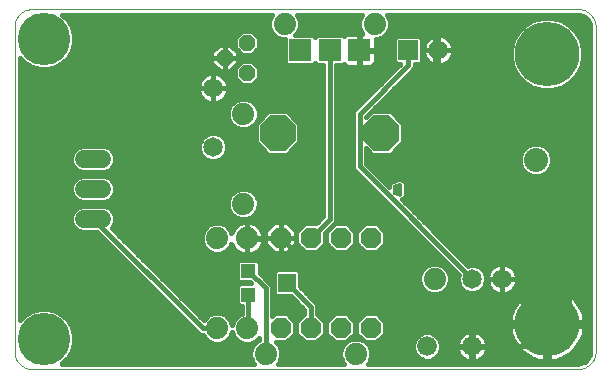
<source format=gbl>
G75*
G70*
%OFA0B0*%
%FSLAX24Y24*%
%IPPOS*%
%LPD*%
%AMOC8*
5,1,8,0,0,1.08239X$1,22.5*
%
%ADD10C,0.0000*%
%ADD11OC8,0.0680*%
%ADD12C,0.0740*%
%ADD13C,0.0600*%
%ADD14C,0.2150*%
%ADD15R,0.0800X0.0800*%
%ADD16C,0.0800*%
%ADD17R,0.0740X0.0740*%
%ADD18OC8,0.1181*%
%ADD19C,0.0650*%
%ADD20C,0.0660*%
%ADD21R,0.0650X0.0650*%
%ADD22OC8,0.0520*%
%ADD23C,0.1750*%
%ADD24R,0.0472X0.0472*%
%ADD25R,0.0591X0.0630*%
%ADD26C,0.0001*%
%ADD27C,0.0160*%
%ADD28C,0.1670*%
D10*
X004225Y003191D02*
X004225Y014006D01*
X004227Y014052D01*
X004232Y014098D01*
X004241Y014144D01*
X004254Y014189D01*
X004270Y014232D01*
X004289Y014274D01*
X004312Y014315D01*
X004338Y014353D01*
X004367Y014390D01*
X004398Y014424D01*
X004432Y014455D01*
X004469Y014484D01*
X004507Y014510D01*
X004548Y014533D01*
X004590Y014552D01*
X004633Y014568D01*
X004678Y014581D01*
X004724Y014590D01*
X004770Y014595D01*
X004816Y014597D01*
X004816Y014596D02*
X023005Y014596D01*
X023005Y014597D02*
X023051Y014595D01*
X023097Y014590D01*
X023143Y014581D01*
X023188Y014568D01*
X023231Y014552D01*
X023273Y014533D01*
X023314Y014510D01*
X023352Y014484D01*
X023389Y014455D01*
X023423Y014424D01*
X023454Y014390D01*
X023483Y014353D01*
X023509Y014315D01*
X023532Y014274D01*
X023551Y014232D01*
X023567Y014189D01*
X023580Y014144D01*
X023589Y014098D01*
X023594Y014052D01*
X023596Y014006D01*
X023595Y014006D02*
X023595Y003191D01*
X023596Y003191D02*
X023594Y003145D01*
X023589Y003099D01*
X023580Y003053D01*
X023567Y003008D01*
X023551Y002965D01*
X023532Y002923D01*
X023509Y002882D01*
X023483Y002844D01*
X023454Y002807D01*
X023423Y002773D01*
X023389Y002742D01*
X023352Y002713D01*
X023314Y002687D01*
X023273Y002664D01*
X023231Y002645D01*
X023188Y002629D01*
X023143Y002616D01*
X023097Y002607D01*
X023051Y002602D01*
X023005Y002600D01*
X004816Y002600D01*
X004770Y002602D01*
X004724Y002607D01*
X004678Y002616D01*
X004633Y002629D01*
X004590Y002645D01*
X004548Y002664D01*
X004507Y002687D01*
X004469Y002713D01*
X004432Y002742D01*
X004398Y002773D01*
X004367Y002807D01*
X004338Y002844D01*
X004312Y002882D01*
X004289Y002923D01*
X004270Y002965D01*
X004254Y003008D01*
X004241Y003053D01*
X004232Y003099D01*
X004227Y003145D01*
X004225Y003191D01*
X016851Y008444D02*
X016851Y008696D01*
X016851Y008728D01*
X016879Y008736D01*
X016906Y008748D01*
X016938Y008756D01*
X016965Y008767D01*
X016993Y008779D01*
X017020Y008787D01*
X017048Y008799D01*
X017071Y008787D01*
X017099Y008775D01*
X017123Y008763D01*
X017123Y008405D01*
X017099Y008397D01*
X017071Y008385D01*
X017048Y008374D01*
X017020Y008385D01*
X016993Y008393D01*
X016965Y008405D01*
X016938Y008413D01*
X016906Y008425D01*
X016879Y008437D01*
X016851Y008444D01*
D11*
X016100Y006975D03*
X015100Y006975D03*
X014100Y006975D03*
X013100Y006975D03*
X013100Y003975D03*
X014100Y003975D03*
X015100Y003975D03*
X016100Y003975D03*
D12*
X015600Y003100D03*
X012600Y003100D03*
X011974Y003954D03*
X010975Y003954D03*
X010975Y006954D03*
X011974Y006954D03*
X011850Y008100D03*
X011850Y011100D03*
X013225Y014100D03*
X016225Y014100D03*
X018225Y011600D03*
X018225Y005600D03*
D13*
X007150Y007600D02*
X006550Y007600D01*
X006550Y008600D02*
X007150Y008600D01*
X007150Y009600D02*
X006550Y009600D01*
D14*
X021975Y013100D03*
X021975Y004100D03*
D15*
X021600Y007600D03*
D16*
X021600Y009569D03*
D17*
X015709Y013231D03*
X014725Y013231D03*
X013741Y013231D03*
D18*
X012993Y010475D03*
X016457Y010475D03*
D19*
X018350Y013225D03*
X010850Y011959D03*
X010850Y009991D03*
X019475Y005600D03*
X020475Y005600D03*
D20*
X019475Y003350D03*
X017975Y003350D03*
D21*
X017350Y013225D03*
D22*
X011975Y013475D03*
X011225Y012975D03*
X011975Y012475D03*
D23*
X005200Y013600D03*
X005200Y003600D03*
D24*
X012016Y005081D03*
X012016Y005869D03*
D25*
X013296Y005475D03*
D26*
X016900Y008427D02*
X017123Y008427D01*
X017123Y008426D02*
X016903Y008426D01*
X016905Y008425D02*
X017123Y008425D01*
X017123Y008424D02*
X016908Y008424D01*
X016910Y008423D02*
X017123Y008423D01*
X017123Y008422D02*
X016913Y008422D01*
X016916Y008421D02*
X017123Y008421D01*
X017123Y008420D02*
X016918Y008420D01*
X016921Y008419D02*
X017123Y008419D01*
X017123Y008418D02*
X016924Y008418D01*
X016926Y008417D02*
X017123Y008417D01*
X017123Y008416D02*
X016929Y008416D01*
X016932Y008415D02*
X017123Y008415D01*
X017123Y008414D02*
X016934Y008414D01*
X016937Y008413D02*
X017123Y008413D01*
X017123Y008412D02*
X016940Y008412D01*
X016944Y008411D02*
X017123Y008411D01*
X017123Y008410D02*
X016947Y008410D01*
X016951Y008409D02*
X017123Y008409D01*
X017123Y008408D02*
X016954Y008408D01*
X016958Y008407D02*
X017123Y008407D01*
X017123Y008406D02*
X016961Y008406D01*
X016965Y008405D02*
X017123Y008405D01*
X017120Y008404D02*
X016967Y008404D01*
X016969Y008403D02*
X017117Y008403D01*
X017114Y008402D02*
X016972Y008402D01*
X016974Y008401D02*
X017111Y008401D01*
X017108Y008400D02*
X016976Y008400D01*
X016979Y008399D02*
X017105Y008399D01*
X017102Y008398D02*
X016981Y008398D01*
X016983Y008397D02*
X017099Y008397D01*
X017097Y008396D02*
X016986Y008396D01*
X016988Y008395D02*
X017094Y008395D01*
X017092Y008394D02*
X016990Y008394D01*
X016993Y008393D02*
X017090Y008393D01*
X017087Y008392D02*
X016996Y008392D01*
X017000Y008391D02*
X017085Y008391D01*
X017083Y008390D02*
X017003Y008390D01*
X017007Y008389D02*
X017080Y008389D01*
X017078Y008388D02*
X017010Y008388D01*
X017014Y008387D02*
X017076Y008387D01*
X017073Y008386D02*
X017017Y008386D01*
X017021Y008385D02*
X017071Y008385D01*
X017069Y008384D02*
X017023Y008384D01*
X017025Y008383D02*
X017067Y008383D01*
X017065Y008382D02*
X017028Y008382D01*
X017030Y008381D02*
X017063Y008381D01*
X017061Y008380D02*
X017032Y008380D01*
X017035Y008379D02*
X017059Y008379D01*
X017057Y008378D02*
X017037Y008378D01*
X017039Y008377D02*
X017055Y008377D01*
X017053Y008376D02*
X017042Y008376D01*
X017044Y008375D02*
X017051Y008375D01*
X017049Y008374D02*
X017046Y008374D01*
X017123Y008428D02*
X016898Y008428D01*
X016896Y008429D02*
X017123Y008429D01*
X017123Y008430D02*
X016893Y008430D01*
X016891Y008431D02*
X017123Y008431D01*
X017123Y008432D02*
X016889Y008432D01*
X016886Y008433D02*
X017123Y008433D01*
X017123Y008434D02*
X016884Y008434D01*
X016882Y008435D02*
X017123Y008435D01*
X017123Y008436D02*
X016879Y008436D01*
X016876Y008437D02*
X017123Y008437D01*
X017123Y008438D02*
X016873Y008438D01*
X016869Y008439D02*
X017123Y008439D01*
X017123Y008440D02*
X016866Y008440D01*
X016862Y008441D02*
X017123Y008441D01*
X017123Y008442D02*
X016859Y008442D01*
X016855Y008443D02*
X017123Y008443D01*
X017123Y008444D02*
X016852Y008444D01*
X016851Y008445D02*
X017123Y008445D01*
X017123Y008446D02*
X016851Y008446D01*
X016851Y008447D02*
X017123Y008447D01*
X017123Y008448D02*
X016851Y008448D01*
X016851Y008449D02*
X017123Y008449D01*
X017123Y008450D02*
X016851Y008450D01*
X016851Y008451D02*
X017123Y008451D01*
X017123Y008452D02*
X016851Y008452D01*
X016851Y008453D02*
X017123Y008453D01*
X017123Y008454D02*
X016851Y008454D01*
X016851Y008455D02*
X017123Y008455D01*
X017123Y008456D02*
X016851Y008456D01*
X016851Y008457D02*
X017123Y008457D01*
X017123Y008458D02*
X016851Y008458D01*
X016851Y008459D02*
X017123Y008459D01*
X017123Y008460D02*
X016851Y008460D01*
X016851Y008461D02*
X017123Y008461D01*
X017123Y008462D02*
X016851Y008462D01*
X016851Y008463D02*
X017123Y008463D01*
X017123Y008464D02*
X016851Y008464D01*
X016851Y008465D02*
X017123Y008465D01*
X017123Y008466D02*
X016851Y008466D01*
X016851Y008467D02*
X017123Y008467D01*
X017123Y008468D02*
X016851Y008468D01*
X016851Y008469D02*
X017123Y008469D01*
X017123Y008470D02*
X016851Y008470D01*
X016851Y008471D02*
X017123Y008471D01*
X017123Y008472D02*
X016851Y008472D01*
X016851Y008473D02*
X017123Y008473D01*
X017123Y008474D02*
X016851Y008474D01*
X016851Y008475D02*
X017123Y008475D01*
X017123Y008476D02*
X016851Y008476D01*
X016851Y008477D02*
X017123Y008477D01*
X017123Y008478D02*
X016851Y008478D01*
X016851Y008479D02*
X017123Y008479D01*
X017123Y008480D02*
X016851Y008480D01*
X016851Y008481D02*
X017123Y008481D01*
X017123Y008482D02*
X016851Y008482D01*
X016851Y008483D02*
X017123Y008483D01*
X017123Y008484D02*
X016851Y008484D01*
X016851Y008485D02*
X017123Y008485D01*
X017123Y008486D02*
X016851Y008486D01*
X016851Y008487D02*
X017123Y008487D01*
X017123Y008488D02*
X016851Y008488D01*
X016851Y008489D02*
X017123Y008489D01*
X017123Y008490D02*
X016851Y008490D01*
X016851Y008491D02*
X017123Y008491D01*
X017123Y008492D02*
X016851Y008492D01*
X016851Y008493D02*
X017123Y008493D01*
X017123Y008494D02*
X016851Y008494D01*
X016851Y008495D02*
X017123Y008495D01*
X017123Y008496D02*
X016851Y008496D01*
X016851Y008497D02*
X017123Y008497D01*
X017123Y008498D02*
X016851Y008498D01*
X016851Y008499D02*
X017123Y008499D01*
X017123Y008500D02*
X016851Y008500D01*
X016851Y008501D02*
X017123Y008501D01*
X017123Y008502D02*
X016851Y008502D01*
X016851Y008503D02*
X017123Y008503D01*
X017123Y008504D02*
X016851Y008504D01*
X016851Y008505D02*
X017123Y008505D01*
X017123Y008506D02*
X016851Y008506D01*
X016851Y008507D02*
X017123Y008507D01*
X017123Y008508D02*
X016851Y008508D01*
X016851Y008509D02*
X017123Y008509D01*
X017123Y008510D02*
X016851Y008510D01*
X016851Y008511D02*
X017123Y008511D01*
X017123Y008512D02*
X016851Y008512D01*
X016851Y008513D02*
X017123Y008513D01*
X017123Y008514D02*
X016851Y008514D01*
X016851Y008515D02*
X017123Y008515D01*
X017123Y008516D02*
X016851Y008516D01*
X016851Y008517D02*
X017123Y008517D01*
X017123Y008518D02*
X016851Y008518D01*
X016851Y008519D02*
X017123Y008519D01*
X017123Y008520D02*
X016851Y008520D01*
X016851Y008521D02*
X017123Y008521D01*
X017123Y008522D02*
X016851Y008522D01*
X016851Y008523D02*
X017123Y008523D01*
X017123Y008524D02*
X016851Y008524D01*
X016851Y008525D02*
X017123Y008525D01*
X017123Y008526D02*
X016851Y008526D01*
X016851Y008527D02*
X017123Y008527D01*
X017123Y008528D02*
X016851Y008528D01*
X016851Y008529D02*
X017123Y008529D01*
X017123Y008530D02*
X016851Y008530D01*
X016851Y008531D02*
X017123Y008531D01*
X017123Y008532D02*
X016851Y008532D01*
X016851Y008533D02*
X017123Y008533D01*
X017123Y008534D02*
X016851Y008534D01*
X016851Y008535D02*
X017123Y008535D01*
X017123Y008536D02*
X016851Y008536D01*
X016851Y008537D02*
X017123Y008537D01*
X017123Y008538D02*
X016851Y008538D01*
X016851Y008539D02*
X017123Y008539D01*
X017123Y008540D02*
X016851Y008540D01*
X016851Y008541D02*
X017123Y008541D01*
X017123Y008542D02*
X016851Y008542D01*
X016851Y008543D02*
X017123Y008543D01*
X017123Y008544D02*
X016851Y008544D01*
X016851Y008545D02*
X017123Y008545D01*
X017123Y008546D02*
X016851Y008546D01*
X016851Y008547D02*
X017123Y008547D01*
X017123Y008548D02*
X016851Y008548D01*
X016851Y008549D02*
X017123Y008549D01*
X017123Y008550D02*
X016851Y008550D01*
X016851Y008551D02*
X017123Y008551D01*
X017123Y008552D02*
X016851Y008552D01*
X016851Y008553D02*
X017123Y008553D01*
X017123Y008554D02*
X016851Y008554D01*
X016851Y008555D02*
X017123Y008555D01*
X017123Y008556D02*
X016851Y008556D01*
X016851Y008557D02*
X017123Y008557D01*
X017123Y008558D02*
X016851Y008558D01*
X016851Y008559D02*
X017123Y008559D01*
X017123Y008560D02*
X016851Y008560D01*
X016851Y008561D02*
X017123Y008561D01*
X017123Y008562D02*
X016851Y008562D01*
X016851Y008563D02*
X017123Y008563D01*
X017123Y008564D02*
X016851Y008564D01*
X016851Y008565D02*
X017123Y008565D01*
X017123Y008566D02*
X016851Y008566D01*
X016851Y008567D02*
X017123Y008567D01*
X017123Y008568D02*
X016851Y008568D01*
X016851Y008569D02*
X017123Y008569D01*
X017123Y008570D02*
X016851Y008570D01*
X016851Y008571D02*
X017123Y008571D01*
X017123Y008572D02*
X016851Y008572D01*
X016851Y008573D02*
X017123Y008573D01*
X017123Y008574D02*
X016851Y008574D01*
X016851Y008575D02*
X017123Y008575D01*
X017123Y008576D02*
X016851Y008576D01*
X016851Y008577D02*
X017123Y008577D01*
X017123Y008578D02*
X016851Y008578D01*
X016851Y008579D02*
X017123Y008579D01*
X017123Y008580D02*
X016851Y008580D01*
X016851Y008581D02*
X017123Y008581D01*
X017123Y008582D02*
X016851Y008582D01*
X016851Y008583D02*
X017123Y008583D01*
X017123Y008584D02*
X016851Y008584D01*
X016851Y008585D02*
X017123Y008585D01*
X017123Y008586D02*
X016851Y008586D01*
X016851Y008587D02*
X017123Y008587D01*
X017123Y008588D02*
X016851Y008588D01*
X016851Y008589D02*
X017123Y008589D01*
X017123Y008590D02*
X016851Y008590D01*
X016851Y008591D02*
X017123Y008591D01*
X017123Y008592D02*
X016851Y008592D01*
X016851Y008593D02*
X017123Y008593D01*
X017123Y008594D02*
X016851Y008594D01*
X016851Y008595D02*
X017123Y008595D01*
X017123Y008596D02*
X016851Y008596D01*
X016851Y008597D02*
X017123Y008597D01*
X017123Y008598D02*
X016851Y008598D01*
X016851Y008599D02*
X017123Y008599D01*
X017123Y008600D02*
X016851Y008600D01*
X016851Y008601D02*
X017123Y008601D01*
X017123Y008602D02*
X016851Y008602D01*
X016851Y008603D02*
X017123Y008603D01*
X017123Y008604D02*
X016851Y008604D01*
X016851Y008605D02*
X017123Y008605D01*
X017123Y008606D02*
X016851Y008606D01*
X016851Y008607D02*
X017123Y008607D01*
X017123Y008608D02*
X016851Y008608D01*
X016851Y008609D02*
X017123Y008609D01*
X017123Y008610D02*
X016851Y008610D01*
X016851Y008611D02*
X017123Y008611D01*
X017123Y008612D02*
X016851Y008612D01*
X016851Y008613D02*
X017123Y008613D01*
X017123Y008614D02*
X016851Y008614D01*
X016851Y008615D02*
X017123Y008615D01*
X017123Y008616D02*
X016851Y008616D01*
X016851Y008617D02*
X017123Y008617D01*
X017123Y008618D02*
X016851Y008618D01*
X016851Y008619D02*
X017123Y008619D01*
X017123Y008620D02*
X016851Y008620D01*
X016851Y008621D02*
X017123Y008621D01*
X017123Y008622D02*
X016851Y008622D01*
X016851Y008623D02*
X017123Y008623D01*
X017123Y008624D02*
X016851Y008624D01*
X016851Y008625D02*
X017123Y008625D01*
X017123Y008626D02*
X016851Y008626D01*
X016851Y008627D02*
X017123Y008627D01*
X017123Y008628D02*
X016851Y008628D01*
X016851Y008629D02*
X017123Y008629D01*
X017123Y008630D02*
X016851Y008630D01*
X016851Y008631D02*
X017123Y008631D01*
X017123Y008632D02*
X016851Y008632D01*
X016851Y008633D02*
X017123Y008633D01*
X017123Y008634D02*
X016851Y008634D01*
X016851Y008635D02*
X017123Y008635D01*
X017123Y008636D02*
X016851Y008636D01*
X016851Y008637D02*
X017123Y008637D01*
X017123Y008638D02*
X016851Y008638D01*
X016851Y008639D02*
X017123Y008639D01*
X017123Y008640D02*
X016851Y008640D01*
X016851Y008641D02*
X017123Y008641D01*
X017123Y008642D02*
X016851Y008642D01*
X016851Y008643D02*
X017123Y008643D01*
X017123Y008644D02*
X016851Y008644D01*
X016851Y008645D02*
X017123Y008645D01*
X017123Y008646D02*
X016851Y008646D01*
X016851Y008647D02*
X017123Y008647D01*
X017123Y008648D02*
X016851Y008648D01*
X016851Y008649D02*
X017123Y008649D01*
X017123Y008650D02*
X016851Y008650D01*
X016851Y008651D02*
X017123Y008651D01*
X017123Y008652D02*
X016851Y008652D01*
X016851Y008653D02*
X017123Y008653D01*
X017123Y008654D02*
X016851Y008654D01*
X016851Y008655D02*
X017123Y008655D01*
X017123Y008656D02*
X016851Y008656D01*
X016851Y008657D02*
X017123Y008657D01*
X017123Y008658D02*
X016851Y008658D01*
X016851Y008659D02*
X017123Y008659D01*
X017123Y008660D02*
X016851Y008660D01*
X016851Y008661D02*
X017123Y008661D01*
X017123Y008662D02*
X016851Y008662D01*
X016851Y008663D02*
X017123Y008663D01*
X017123Y008664D02*
X016851Y008664D01*
X016851Y008665D02*
X017123Y008665D01*
X017123Y008666D02*
X016851Y008666D01*
X016851Y008667D02*
X017123Y008667D01*
X017123Y008668D02*
X016851Y008668D01*
X016851Y008669D02*
X017123Y008669D01*
X017123Y008670D02*
X016851Y008670D01*
X016851Y008671D02*
X017123Y008671D01*
X017123Y008672D02*
X016851Y008672D01*
X016851Y008673D02*
X017123Y008673D01*
X017123Y008674D02*
X016851Y008674D01*
X016851Y008675D02*
X017123Y008675D01*
X017123Y008676D02*
X016851Y008676D01*
X016851Y008677D02*
X017123Y008677D01*
X017123Y008678D02*
X016851Y008678D01*
X016851Y008679D02*
X017123Y008679D01*
X017123Y008680D02*
X016851Y008680D01*
X016851Y008681D02*
X017123Y008681D01*
X017123Y008682D02*
X016851Y008682D01*
X016851Y008683D02*
X017123Y008683D01*
X017123Y008684D02*
X016851Y008684D01*
X016851Y008685D02*
X017123Y008685D01*
X017123Y008686D02*
X016851Y008686D01*
X016851Y008687D02*
X017123Y008687D01*
X017123Y008688D02*
X016851Y008688D01*
X016851Y008689D02*
X017123Y008689D01*
X017123Y008690D02*
X016851Y008690D01*
X016851Y008691D02*
X017123Y008691D01*
X017123Y008692D02*
X016851Y008692D01*
X016851Y008693D02*
X017123Y008693D01*
X017123Y008694D02*
X016851Y008694D01*
X016851Y008695D02*
X017123Y008695D01*
X017123Y008696D02*
X016851Y008696D01*
X016851Y008697D02*
X017123Y008697D01*
X017123Y008698D02*
X016851Y008698D01*
X016851Y008699D02*
X017123Y008699D01*
X017123Y008700D02*
X016851Y008700D01*
X016851Y008701D02*
X017123Y008701D01*
X017123Y008702D02*
X016851Y008702D01*
X016851Y008703D02*
X017123Y008703D01*
X017123Y008704D02*
X016851Y008704D01*
X016851Y008705D02*
X017123Y008705D01*
X017123Y008706D02*
X016851Y008706D01*
X016851Y008707D02*
X017123Y008707D01*
X017123Y008708D02*
X016851Y008708D01*
X016851Y008709D02*
X017123Y008709D01*
X017123Y008710D02*
X016851Y008710D01*
X016851Y008711D02*
X017123Y008711D01*
X017123Y008712D02*
X016851Y008712D01*
X016851Y008713D02*
X017123Y008713D01*
X017123Y008714D02*
X016851Y008714D01*
X016851Y008715D02*
X017123Y008715D01*
X017123Y008716D02*
X016851Y008716D01*
X016851Y008717D02*
X017123Y008717D01*
X017123Y008718D02*
X016851Y008718D01*
X016851Y008719D02*
X017123Y008719D01*
X017123Y008720D02*
X016851Y008720D01*
X016851Y008721D02*
X017123Y008721D01*
X017123Y008722D02*
X016851Y008722D01*
X016851Y008723D02*
X017123Y008723D01*
X017123Y008724D02*
X016851Y008724D01*
X016851Y008725D02*
X017123Y008725D01*
X017123Y008726D02*
X016851Y008726D01*
X016851Y008727D02*
X017123Y008727D01*
X017123Y008728D02*
X016851Y008728D01*
X016855Y008729D02*
X017123Y008729D01*
X017123Y008730D02*
X016858Y008730D01*
X016862Y008731D02*
X017123Y008731D01*
X017123Y008732D02*
X016865Y008732D01*
X016869Y008733D02*
X017123Y008733D01*
X017123Y008734D02*
X016872Y008734D01*
X016875Y008735D02*
X017123Y008735D01*
X017123Y008736D02*
X016879Y008736D01*
X016881Y008737D02*
X017123Y008737D01*
X017123Y008738D02*
X016884Y008738D01*
X016886Y008739D02*
X017123Y008739D01*
X017123Y008740D02*
X016888Y008740D01*
X016890Y008741D02*
X017123Y008741D01*
X017123Y008742D02*
X016893Y008742D01*
X016895Y008743D02*
X017123Y008743D01*
X017123Y008744D02*
X016897Y008744D01*
X016900Y008745D02*
X017123Y008745D01*
X017123Y008746D02*
X016902Y008746D01*
X016904Y008747D02*
X017123Y008747D01*
X017123Y008748D02*
X016907Y008748D01*
X016911Y008749D02*
X017123Y008749D01*
X017123Y008750D02*
X016915Y008750D01*
X016919Y008751D02*
X017123Y008751D01*
X017123Y008752D02*
X016923Y008752D01*
X016927Y008753D02*
X017123Y008753D01*
X017123Y008754D02*
X016931Y008754D01*
X016935Y008755D02*
X017123Y008755D01*
X017123Y008756D02*
X016939Y008756D01*
X016941Y008757D02*
X017123Y008757D01*
X017123Y008758D02*
X016943Y008758D01*
X016946Y008759D02*
X017123Y008759D01*
X017123Y008760D02*
X016948Y008760D01*
X016950Y008761D02*
X017123Y008761D01*
X017123Y008762D02*
X016953Y008762D01*
X016955Y008763D02*
X017123Y008763D01*
X017122Y008764D02*
X016957Y008764D01*
X016960Y008765D02*
X017120Y008765D01*
X017118Y008766D02*
X016962Y008766D01*
X016964Y008767D02*
X017116Y008767D01*
X017114Y008768D02*
X016967Y008768D01*
X016969Y008769D02*
X017112Y008769D01*
X017110Y008770D02*
X016971Y008770D01*
X016974Y008771D02*
X017108Y008771D01*
X017106Y008772D02*
X016976Y008772D01*
X016978Y008773D02*
X017104Y008773D01*
X017102Y008774D02*
X016981Y008774D01*
X016983Y008775D02*
X017100Y008775D01*
X017097Y008776D02*
X016985Y008776D01*
X016988Y008777D02*
X017095Y008777D01*
X017093Y008778D02*
X016990Y008778D01*
X016992Y008779D02*
X017090Y008779D01*
X017088Y008780D02*
X016995Y008780D01*
X016999Y008781D02*
X017086Y008781D01*
X017083Y008782D02*
X017002Y008782D01*
X017006Y008783D02*
X017081Y008783D01*
X017079Y008784D02*
X017009Y008784D01*
X017013Y008785D02*
X017076Y008785D01*
X017074Y008786D02*
X017016Y008786D01*
X017020Y008787D02*
X017072Y008787D01*
X017070Y008788D02*
X017022Y008788D01*
X017025Y008789D02*
X017068Y008789D01*
X017066Y008790D02*
X017027Y008790D01*
X017029Y008791D02*
X017064Y008791D01*
X017062Y008792D02*
X017032Y008792D01*
X017034Y008793D02*
X017060Y008793D01*
X017058Y008794D02*
X017036Y008794D01*
X017039Y008795D02*
X017056Y008795D01*
X017054Y008796D02*
X017041Y008796D01*
X017043Y008797D02*
X017052Y008797D01*
X017050Y008798D02*
X017046Y008798D01*
D27*
X016998Y008930D02*
X016995Y008929D01*
X016991Y008931D01*
X016957Y008916D01*
X016949Y008913D01*
X016948Y008912D01*
X016946Y008911D01*
X016898Y008898D01*
X016898Y008896D01*
X016861Y008881D01*
X016816Y008869D01*
X016815Y008868D01*
X016793Y008868D01*
X016778Y008853D01*
X016757Y008847D01*
X016738Y008813D01*
X016711Y008786D01*
X016711Y008764D01*
X016700Y008745D01*
X016711Y008708D01*
X016711Y008675D01*
X015945Y009441D01*
X015945Y009954D01*
X016155Y009744D01*
X016760Y009744D01*
X017188Y010172D01*
X017188Y010778D01*
X016760Y011206D01*
X016155Y011206D01*
X015945Y010996D01*
X015945Y011009D01*
X017570Y012634D01*
X017570Y012760D01*
X017733Y012760D01*
X017815Y012842D01*
X017815Y013608D01*
X017733Y013690D01*
X016967Y013690D01*
X016885Y013608D01*
X016885Y012842D01*
X016967Y012760D01*
X017074Y012760D01*
X015634Y011320D01*
X015505Y011191D01*
X015505Y009259D01*
X019028Y005736D01*
X019010Y005692D01*
X019010Y005508D01*
X019081Y005337D01*
X019212Y005206D01*
X019383Y005135D01*
X019567Y005135D01*
X019738Y005206D01*
X019869Y005337D01*
X019940Y005508D01*
X019940Y005692D01*
X019869Y005863D01*
X019738Y005994D01*
X019567Y006065D01*
X019383Y006065D01*
X019339Y006047D01*
X017130Y008256D01*
X017154Y008265D01*
X017181Y008265D01*
X017198Y008283D01*
X017222Y008291D01*
X017238Y008322D01*
X017263Y008347D01*
X017263Y008372D01*
X017274Y008394D01*
X017263Y008428D01*
X017263Y008730D01*
X017274Y008753D01*
X017263Y008786D01*
X017263Y008821D01*
X017245Y008839D01*
X017237Y008863D01*
X017209Y008877D01*
X017207Y008881D01*
X017200Y008884D01*
X017181Y008903D01*
X017156Y008903D01*
X017155Y008904D01*
X017154Y008907D01*
X017125Y008919D01*
X017110Y008926D01*
X017108Y008926D01*
X017105Y008927D01*
X017059Y008950D01*
X017052Y008948D01*
X017046Y008950D01*
X016998Y008930D01*
X017022Y008940D02*
X016446Y008940D01*
X016288Y009099D02*
X021324Y009099D01*
X021294Y009111D02*
X021493Y009029D01*
X021707Y009029D01*
X021906Y009111D01*
X022058Y009263D01*
X022140Y009461D01*
X022140Y009676D01*
X022058Y009874D01*
X021906Y010026D01*
X021707Y010109D01*
X021493Y010109D01*
X021294Y010026D01*
X021142Y009874D01*
X021060Y009676D01*
X021060Y009461D01*
X021142Y009263D01*
X021294Y009111D01*
X021148Y009257D02*
X016129Y009257D01*
X015971Y009416D02*
X021079Y009416D01*
X021060Y009574D02*
X015945Y009574D01*
X015945Y009733D02*
X021083Y009733D01*
X021159Y009891D02*
X016906Y009891D01*
X017065Y010050D02*
X021350Y010050D01*
X021850Y010050D02*
X023415Y010050D01*
X023415Y010208D02*
X017188Y010208D01*
X017188Y010367D02*
X023415Y010367D01*
X023415Y010525D02*
X017188Y010525D01*
X017188Y010684D02*
X023415Y010684D01*
X023415Y010842D02*
X017123Y010842D01*
X016965Y011001D02*
X023415Y011001D01*
X023415Y011159D02*
X018554Y011159D01*
X018583Y011180D02*
X018513Y011130D01*
X018436Y011090D01*
X018354Y011064D01*
X018268Y011050D01*
X018263Y011050D01*
X018263Y011562D01*
X018263Y011638D01*
X018187Y011638D01*
X018187Y011562D01*
X017675Y011562D01*
X017675Y011557D01*
X017689Y011471D01*
X017715Y011389D01*
X017755Y011312D01*
X017805Y011242D01*
X017867Y011180D01*
X017937Y011130D01*
X018014Y011090D01*
X018096Y011064D01*
X018182Y011050D01*
X018187Y011050D01*
X018187Y011562D01*
X018263Y011562D01*
X018775Y011562D01*
X018775Y011557D01*
X018761Y011471D01*
X018735Y011389D01*
X018695Y011312D01*
X018645Y011242D01*
X018583Y011180D01*
X018698Y011318D02*
X023415Y011318D01*
X023415Y011476D02*
X018762Y011476D01*
X018775Y011638D02*
X018775Y011643D01*
X018761Y011729D01*
X018735Y011811D01*
X018695Y011888D01*
X018645Y011958D01*
X018583Y012020D01*
X018513Y012070D01*
X018436Y012110D01*
X018354Y012136D01*
X018268Y012150D01*
X018263Y012150D01*
X018263Y011638D01*
X018775Y011638D01*
X018741Y011793D02*
X023415Y011793D01*
X023415Y011635D02*
X018263Y011635D01*
X018225Y011600D02*
X018225Y013100D01*
X018350Y013225D01*
X018225Y013350D01*
X018225Y013600D01*
X017725Y014100D01*
X017225Y014100D01*
X016356Y013231D01*
X015709Y013231D01*
X015728Y013220D02*
X016885Y013220D01*
X016885Y013378D02*
X016259Y013378D01*
X016259Y013249D02*
X016259Y013590D01*
X016326Y013590D01*
X016514Y013668D01*
X016657Y013811D01*
X016735Y013999D01*
X016735Y014201D01*
X016657Y014389D01*
X016630Y014416D01*
X023005Y014416D01*
X023085Y014408D01*
X023233Y014347D01*
X023346Y014234D01*
X023407Y014086D01*
X023415Y014006D01*
X023415Y003191D01*
X023407Y003110D01*
X023346Y002962D01*
X023233Y002849D01*
X023085Y002788D01*
X023005Y002780D01*
X016001Y002780D01*
X016032Y002811D01*
X016110Y002999D01*
X016110Y003201D01*
X016032Y003389D01*
X015926Y003495D01*
X016299Y003495D01*
X016580Y003776D01*
X016580Y004174D01*
X016299Y004455D01*
X015901Y004455D01*
X015620Y004174D01*
X015620Y003776D01*
X015846Y003550D01*
X015701Y003610D01*
X015499Y003610D01*
X015354Y003550D01*
X015580Y003776D01*
X015580Y004174D01*
X015299Y004455D01*
X014901Y004455D01*
X014620Y004174D01*
X014620Y003776D01*
X014901Y003495D01*
X015274Y003495D01*
X015168Y003389D01*
X015090Y003201D01*
X015090Y002999D01*
X015168Y002811D01*
X015199Y002780D01*
X013001Y002780D01*
X013032Y002811D01*
X013110Y002999D01*
X013110Y003201D01*
X013032Y003389D01*
X012926Y003495D01*
X013299Y003495D01*
X013580Y003776D01*
X013580Y004174D01*
X013299Y004455D01*
X012901Y004455D01*
X012820Y004374D01*
X012820Y005376D01*
X012393Y005804D01*
X012393Y006163D01*
X012311Y006245D01*
X011722Y006245D01*
X011640Y006163D01*
X011640Y005574D01*
X011722Y005492D01*
X012081Y005492D01*
X012116Y005458D01*
X011722Y005458D01*
X011640Y005376D01*
X011640Y004787D01*
X011722Y004705D01*
X011796Y004705D01*
X011796Y004433D01*
X011685Y004387D01*
X011542Y004243D01*
X011475Y004081D01*
X011407Y004243D01*
X011264Y004387D01*
X011076Y004464D01*
X010874Y004464D01*
X010686Y004387D01*
X010543Y004243D01*
X010535Y004226D01*
X007467Y007294D01*
X007523Y007351D01*
X007590Y007512D01*
X007590Y007688D01*
X007523Y007849D01*
X007399Y007973D01*
X007238Y008040D01*
X006462Y008040D01*
X006301Y007973D01*
X006177Y007849D01*
X006110Y007688D01*
X006110Y007512D01*
X006177Y007351D01*
X006301Y007227D01*
X006462Y007160D01*
X006979Y007160D01*
X010405Y003734D01*
X010514Y003734D01*
X010543Y003665D01*
X010686Y003522D01*
X010874Y003444D01*
X011076Y003444D01*
X011264Y003522D01*
X011407Y003665D01*
X011475Y003828D01*
X011542Y003665D01*
X011685Y003522D01*
X011873Y003444D01*
X012075Y003444D01*
X012263Y003522D01*
X012380Y003639D01*
X012380Y003561D01*
X012311Y003532D01*
X012168Y003389D01*
X012090Y003201D01*
X012090Y002999D01*
X012168Y002811D01*
X012199Y002780D01*
X005810Y002780D01*
X005823Y002788D01*
X006012Y002977D01*
X006146Y003208D01*
X006215Y003466D01*
X006215Y003734D01*
X006146Y003992D01*
X006012Y004223D01*
X005823Y004412D01*
X005592Y004546D01*
X005334Y004615D01*
X005066Y004615D01*
X004808Y004546D01*
X004577Y004412D01*
X004405Y004240D01*
X004405Y012960D01*
X004577Y012788D01*
X004808Y012654D01*
X005066Y012585D01*
X005334Y012585D01*
X005592Y012654D01*
X005823Y012788D01*
X006012Y012977D01*
X006146Y013208D01*
X006215Y013466D01*
X006215Y013734D01*
X006146Y013992D01*
X006012Y014223D01*
X005823Y014412D01*
X005817Y014416D01*
X012820Y014416D01*
X012793Y014389D01*
X012715Y014201D01*
X012715Y013999D01*
X012793Y013811D01*
X012936Y013668D01*
X013124Y013590D01*
X013231Y013590D01*
X013231Y012803D01*
X013313Y012721D01*
X014169Y012721D01*
X014233Y012785D01*
X014297Y012721D01*
X014505Y012721D01*
X014505Y007691D01*
X014269Y007455D01*
X013901Y007455D01*
X013620Y007174D01*
X013620Y006776D01*
X013901Y006495D01*
X014299Y006495D01*
X014580Y006776D01*
X014580Y007144D01*
X014945Y007509D01*
X014945Y012721D01*
X015153Y012721D01*
X015191Y012758D01*
X015195Y012750D01*
X015229Y012717D01*
X015270Y012693D01*
X015316Y012681D01*
X015691Y012681D01*
X015691Y013212D01*
X015728Y013212D01*
X015728Y013249D01*
X016259Y013249D01*
X016259Y013212D02*
X015728Y013212D01*
X015728Y012681D01*
X016103Y012681D01*
X016149Y012693D01*
X016190Y012717D01*
X016223Y012750D01*
X016247Y012791D01*
X016259Y012837D01*
X016259Y013212D01*
X016259Y013061D02*
X016885Y013061D01*
X016885Y012903D02*
X016259Y012903D01*
X016217Y012744D02*
X017058Y012744D01*
X016899Y012586D02*
X014945Y012586D01*
X014945Y012427D02*
X016741Y012427D01*
X016582Y012269D02*
X014945Y012269D01*
X014945Y012110D02*
X016424Y012110D01*
X016265Y011952D02*
X014945Y011952D01*
X014945Y011793D02*
X016107Y011793D01*
X015948Y011635D02*
X014945Y011635D01*
X014945Y011476D02*
X015790Y011476D01*
X015631Y011318D02*
X014945Y011318D01*
X014945Y011159D02*
X015505Y011159D01*
X015505Y011001D02*
X014945Y011001D01*
X014945Y010842D02*
X015505Y010842D01*
X015505Y010684D02*
X014945Y010684D01*
X014945Y010525D02*
X015505Y010525D01*
X015505Y010367D02*
X014945Y010367D01*
X014945Y010208D02*
X015505Y010208D01*
X015505Y010050D02*
X014945Y010050D01*
X014945Y009891D02*
X015505Y009891D01*
X015505Y009733D02*
X014945Y009733D01*
X014945Y009574D02*
X015505Y009574D01*
X015505Y009416D02*
X014945Y009416D01*
X014945Y009257D02*
X015507Y009257D01*
X015665Y009099D02*
X014945Y009099D01*
X014945Y008940D02*
X015824Y008940D01*
X015982Y008782D02*
X014945Y008782D01*
X014945Y008623D02*
X016141Y008623D01*
X016299Y008465D02*
X014945Y008465D01*
X014945Y008306D02*
X016458Y008306D01*
X016616Y008148D02*
X014945Y008148D01*
X014945Y007989D02*
X016775Y007989D01*
X016933Y007831D02*
X014945Y007831D01*
X014945Y007672D02*
X017092Y007672D01*
X017250Y007514D02*
X014945Y007514D01*
X014901Y007455D02*
X014620Y007174D01*
X014620Y006776D01*
X014901Y006495D01*
X015299Y006495D01*
X015580Y006776D01*
X015580Y007174D01*
X015299Y007455D01*
X014901Y007455D01*
X014801Y007355D02*
X014791Y007355D01*
X014643Y007197D02*
X014633Y007197D01*
X014620Y007038D02*
X014580Y007038D01*
X014580Y006880D02*
X014620Y006880D01*
X014675Y006721D02*
X014525Y006721D01*
X014366Y006563D02*
X014834Y006563D01*
X015366Y006563D02*
X015834Y006563D01*
X015901Y006495D02*
X015620Y006776D01*
X015620Y007174D01*
X015901Y007455D01*
X016299Y007455D01*
X016580Y007174D01*
X016580Y006776D01*
X016299Y006495D01*
X015901Y006495D01*
X015675Y006721D02*
X015525Y006721D01*
X015580Y006880D02*
X015620Y006880D01*
X015620Y007038D02*
X015580Y007038D01*
X015557Y007197D02*
X015643Y007197D01*
X015801Y007355D02*
X015399Y007355D01*
X014725Y007600D02*
X014100Y006975D01*
X013675Y006721D02*
X013581Y006721D01*
X013620Y006760D02*
X013620Y006975D01*
X013620Y007190D01*
X013315Y007495D01*
X013100Y007495D01*
X013100Y006975D01*
X015225Y004850D01*
X019725Y004850D01*
X020475Y004850D01*
X020475Y005600D01*
X020980Y005600D01*
X020980Y005640D01*
X020968Y005718D01*
X020943Y005794D01*
X020907Y005865D01*
X020860Y005929D01*
X020804Y005985D01*
X020740Y006032D01*
X020669Y006068D01*
X020593Y006093D01*
X020515Y006105D01*
X020475Y006105D01*
X020475Y005600D01*
X020475Y005600D01*
X020475Y005600D01*
X020980Y005600D01*
X020980Y005560D01*
X020968Y005482D01*
X020943Y005406D01*
X020907Y005335D01*
X020860Y005271D01*
X020804Y005215D01*
X020740Y005168D01*
X020669Y005132D01*
X020593Y005107D01*
X020515Y005095D01*
X020475Y005095D01*
X020475Y005600D01*
X020475Y005600D01*
X020475Y005600D01*
X019970Y005600D01*
X019970Y005640D01*
X019982Y005718D01*
X020007Y005794D01*
X020043Y005865D01*
X020090Y005929D01*
X020146Y005985D01*
X020210Y006032D01*
X020281Y006068D01*
X020357Y006093D01*
X020435Y006105D01*
X020475Y006105D01*
X020475Y005600D01*
X020475Y005095D01*
X020435Y005095D01*
X020357Y005107D01*
X020281Y005132D01*
X020210Y005168D01*
X020146Y005215D01*
X020090Y005271D01*
X020043Y005335D01*
X020007Y005406D01*
X019982Y005482D01*
X019970Y005560D01*
X019970Y005600D01*
X020475Y005600D01*
X020475Y005612D02*
X020475Y005612D01*
X020475Y005770D02*
X020475Y005770D01*
X020475Y005929D02*
X020475Y005929D01*
X020475Y006087D02*
X020475Y006087D01*
X020340Y006087D02*
X019299Y006087D01*
X019141Y006246D02*
X023415Y006246D01*
X023415Y006404D02*
X018982Y006404D01*
X018824Y006563D02*
X023415Y006563D01*
X023415Y006721D02*
X018665Y006721D01*
X018507Y006880D02*
X023415Y006880D01*
X023415Y007038D02*
X022079Y007038D01*
X022069Y007032D02*
X022111Y007056D01*
X022144Y007089D01*
X022168Y007131D01*
X022180Y007176D01*
X022180Y007552D01*
X021648Y007552D01*
X021648Y007648D01*
X021552Y007648D01*
X021552Y008180D01*
X021176Y008180D01*
X021131Y008168D01*
X021089Y008144D01*
X021056Y008111D01*
X021032Y008069D01*
X021020Y008024D01*
X021020Y007648D01*
X021552Y007648D01*
X021552Y007552D01*
X021648Y007552D01*
X021648Y007020D01*
X022024Y007020D01*
X022069Y007032D01*
X022180Y007197D02*
X023415Y007197D01*
X023415Y007355D02*
X022180Y007355D01*
X022180Y007514D02*
X023415Y007514D01*
X023415Y007672D02*
X022180Y007672D01*
X022180Y007648D02*
X022180Y008024D01*
X022168Y008069D01*
X022144Y008111D01*
X022111Y008144D01*
X022069Y008168D01*
X022024Y008180D01*
X021648Y008180D01*
X021648Y007648D01*
X022180Y007648D01*
X022180Y007831D02*
X023415Y007831D01*
X023415Y007989D02*
X022180Y007989D01*
X022105Y008148D02*
X023415Y008148D01*
X023415Y008306D02*
X017230Y008306D01*
X017239Y008148D02*
X021095Y008148D01*
X021020Y007989D02*
X017397Y007989D01*
X017556Y007831D02*
X021020Y007831D01*
X021020Y007672D02*
X017714Y007672D01*
X017873Y007514D02*
X021020Y007514D01*
X021020Y007552D02*
X021020Y007176D01*
X021032Y007131D01*
X021056Y007089D01*
X021089Y007056D01*
X021131Y007032D01*
X021176Y007020D01*
X021552Y007020D01*
X021552Y007552D01*
X021020Y007552D01*
X021020Y007355D02*
X018031Y007355D01*
X018190Y007197D02*
X021020Y007197D01*
X021121Y007038D02*
X018348Y007038D01*
X018043Y006721D02*
X016525Y006721D01*
X016580Y006880D02*
X017884Y006880D01*
X017726Y007038D02*
X016580Y007038D01*
X016557Y007197D02*
X017567Y007197D01*
X017409Y007355D02*
X016399Y007355D01*
X016366Y006563D02*
X018201Y006563D01*
X018360Y006404D02*
X008357Y006404D01*
X008199Y006563D02*
X010646Y006563D01*
X010686Y006522D02*
X010543Y006665D01*
X010465Y006853D01*
X010465Y007056D01*
X010543Y007243D01*
X010686Y007387D01*
X010874Y007464D01*
X011076Y007464D01*
X011264Y007387D01*
X011407Y007243D01*
X011453Y007132D01*
X011464Y007165D01*
X011504Y007243D01*
X011554Y007313D01*
X011616Y007374D01*
X011686Y007425D01*
X011763Y007464D01*
X011845Y007491D01*
X011931Y007504D01*
X011965Y007504D01*
X011965Y006963D01*
X011983Y006963D01*
X012524Y006963D01*
X012524Y006998D01*
X012510Y007083D01*
X012484Y007165D01*
X012444Y007243D01*
X012394Y007313D01*
X012332Y007374D01*
X012262Y007425D01*
X012185Y007464D01*
X012103Y007491D01*
X012017Y007504D01*
X011983Y007504D01*
X011983Y006963D01*
X011983Y006946D01*
X012524Y006946D01*
X012524Y006911D01*
X012510Y006826D01*
X012484Y006743D01*
X012444Y006666D01*
X012394Y006596D01*
X012332Y006535D01*
X012262Y006484D01*
X012185Y006445D01*
X012103Y006418D01*
X012017Y006404D01*
X011983Y006404D01*
X011983Y006946D01*
X011965Y006946D01*
X011965Y006404D01*
X011931Y006404D01*
X011845Y006418D01*
X011763Y006445D01*
X011686Y006484D01*
X011616Y006535D01*
X011554Y006596D01*
X011504Y006666D01*
X011464Y006743D01*
X011453Y006777D01*
X011407Y006665D01*
X011264Y006522D01*
X011076Y006444D01*
X010874Y006444D01*
X010686Y006522D01*
X010520Y006721D02*
X008040Y006721D01*
X007882Y006880D02*
X010465Y006880D01*
X010465Y007038D02*
X007723Y007038D01*
X007565Y007197D02*
X010523Y007197D01*
X010654Y007355D02*
X007525Y007355D01*
X007590Y007514D02*
X014327Y007514D01*
X014486Y007672D02*
X012143Y007672D01*
X012139Y007668D02*
X012282Y007811D01*
X012360Y007999D01*
X012360Y008201D01*
X012282Y008389D01*
X012139Y008532D01*
X011951Y008610D01*
X011749Y008610D01*
X011561Y008532D01*
X011418Y008389D01*
X011340Y008201D01*
X011340Y007999D01*
X011418Y007811D01*
X011561Y007668D01*
X011749Y007590D01*
X011951Y007590D01*
X012139Y007668D01*
X012290Y007831D02*
X014505Y007831D01*
X014505Y007989D02*
X012356Y007989D01*
X012360Y008148D02*
X014505Y008148D01*
X014505Y008306D02*
X012317Y008306D01*
X012207Y008465D02*
X014505Y008465D01*
X014505Y008623D02*
X007590Y008623D01*
X007590Y008688D02*
X007523Y008849D01*
X007399Y008973D01*
X007238Y009040D01*
X006462Y009040D01*
X006301Y008973D01*
X006177Y008849D01*
X006110Y008688D01*
X006110Y008512D01*
X006177Y008351D01*
X006301Y008227D01*
X006462Y008160D01*
X007238Y008160D01*
X007399Y008227D01*
X007523Y008351D01*
X007590Y008512D01*
X007590Y008688D01*
X007551Y008782D02*
X014505Y008782D01*
X014505Y008940D02*
X007432Y008940D01*
X007399Y009227D02*
X007523Y009351D01*
X007590Y009512D01*
X007590Y009688D01*
X007523Y009849D01*
X007399Y009973D01*
X007238Y010040D01*
X006462Y010040D01*
X006301Y009973D01*
X006177Y009849D01*
X006110Y009688D01*
X006110Y009512D01*
X006177Y009351D01*
X006301Y009227D01*
X006462Y009160D01*
X007238Y009160D01*
X007399Y009227D01*
X007429Y009257D02*
X014505Y009257D01*
X014505Y009099D02*
X004405Y009099D01*
X004405Y009257D02*
X006271Y009257D01*
X006150Y009416D02*
X004405Y009416D01*
X004405Y009574D02*
X006110Y009574D01*
X006129Y009733D02*
X004405Y009733D01*
X004405Y009891D02*
X006219Y009891D01*
X007481Y009891D02*
X010388Y009891D01*
X010385Y009898D02*
X010456Y009727D01*
X010587Y009597D01*
X010758Y009526D01*
X010942Y009526D01*
X011113Y009597D01*
X011244Y009727D01*
X011315Y009898D01*
X011315Y010083D01*
X011244Y010254D01*
X011113Y010385D01*
X010942Y010456D01*
X010758Y010456D01*
X010587Y010385D01*
X010456Y010254D01*
X010385Y010083D01*
X010385Y009898D01*
X010385Y010050D02*
X004405Y010050D01*
X004405Y010208D02*
X010437Y010208D01*
X010568Y010367D02*
X004405Y010367D01*
X004405Y010525D02*
X012262Y010525D01*
X012262Y010367D02*
X011132Y010367D01*
X011263Y010208D02*
X012262Y010208D01*
X012262Y010172D02*
X012690Y009744D01*
X013295Y009744D01*
X013723Y010172D01*
X013723Y010778D01*
X013295Y011206D01*
X012690Y011206D01*
X012262Y010778D01*
X012262Y010172D01*
X012385Y010050D02*
X011315Y010050D01*
X011312Y009891D02*
X012544Y009891D01*
X012139Y010668D02*
X011951Y010590D01*
X011749Y010590D01*
X011561Y010668D01*
X011418Y010811D01*
X011340Y010999D01*
X011340Y011201D01*
X011418Y011389D01*
X011561Y011532D01*
X011749Y011610D01*
X011951Y011610D01*
X012139Y011532D01*
X012282Y011389D01*
X012360Y011201D01*
X012360Y010999D01*
X012282Y010811D01*
X012139Y010668D01*
X012155Y010684D02*
X012262Y010684D01*
X012295Y010842D02*
X012327Y010842D01*
X012360Y011001D02*
X012485Y011001D01*
X012360Y011159D02*
X012644Y011159D01*
X012312Y011318D02*
X014505Y011318D01*
X014505Y011476D02*
X012195Y011476D01*
X011505Y011476D02*
X010997Y011476D01*
X010968Y011467D02*
X011044Y011491D01*
X011115Y011527D01*
X011179Y011574D01*
X011235Y011630D01*
X011282Y011695D01*
X011318Y011765D01*
X011343Y011841D01*
X011355Y011920D01*
X011355Y011959D01*
X010850Y011959D01*
X010850Y011454D01*
X010890Y011454D01*
X010968Y011467D01*
X010850Y011476D02*
X010850Y011476D01*
X010850Y011454D02*
X010850Y011959D01*
X010850Y011959D01*
X010345Y011959D01*
X010345Y011920D01*
X010357Y011841D01*
X010382Y011765D01*
X010418Y011695D01*
X010465Y011630D01*
X010521Y011574D01*
X010585Y011527D01*
X010656Y011491D01*
X010732Y011467D01*
X010810Y011454D01*
X010850Y011454D01*
X010703Y011476D02*
X004405Y011476D01*
X004405Y011318D02*
X011388Y011318D01*
X011340Y011159D02*
X004405Y011159D01*
X004405Y011001D02*
X011340Y011001D01*
X011405Y010842D02*
X004405Y010842D01*
X004405Y010684D02*
X011545Y010684D01*
X011238Y011635D02*
X014505Y011635D01*
X014505Y011793D02*
X011327Y011793D01*
X011355Y011952D02*
X014505Y011952D01*
X014505Y012110D02*
X012176Y012110D01*
X012141Y012075D02*
X012375Y012309D01*
X012375Y012641D01*
X012141Y012875D01*
X011809Y012875D01*
X011575Y012641D01*
X011575Y012309D01*
X011809Y012075D01*
X012141Y012075D01*
X012334Y012269D02*
X014505Y012269D01*
X014505Y012427D02*
X012375Y012427D01*
X012375Y012586D02*
X014505Y012586D01*
X014274Y012744D02*
X014192Y012744D01*
X014725Y013231D02*
X014725Y007600D01*
X013801Y007355D02*
X013455Y007355D01*
X013614Y007197D02*
X013643Y007197D01*
X013620Y007038D02*
X013620Y007038D01*
X013620Y006975D02*
X013100Y006975D01*
X013100Y006975D01*
X013100Y006975D01*
X013620Y006975D01*
X013620Y006880D02*
X013620Y006880D01*
X013620Y006760D02*
X013315Y006455D01*
X013100Y006455D01*
X013100Y006975D01*
X013100Y006975D01*
X013100Y006975D01*
X012580Y006975D01*
X012580Y007190D01*
X012885Y007495D01*
X013100Y007495D01*
X013100Y006975D01*
X013100Y006455D01*
X012885Y006455D01*
X012580Y006760D01*
X012580Y006975D01*
X013100Y006975D01*
X013100Y007038D02*
X013100Y007038D01*
X013100Y006880D02*
X013100Y006880D01*
X013100Y006721D02*
X013100Y006721D01*
X013100Y006563D02*
X013100Y006563D01*
X012777Y006563D02*
X012360Y006563D01*
X012472Y006721D02*
X012619Y006721D01*
X012580Y006880D02*
X012519Y006880D01*
X012518Y007038D02*
X012580Y007038D01*
X012586Y007197D02*
X012468Y007197D01*
X012351Y007355D02*
X012745Y007355D01*
X013100Y007355D02*
X013100Y007355D01*
X013100Y007197D02*
X013100Y007197D01*
X013423Y006563D02*
X013834Y006563D01*
X013649Y005930D02*
X012943Y005930D01*
X012861Y005848D01*
X012861Y005102D01*
X012943Y005020D01*
X013440Y005020D01*
X013880Y004580D01*
X013880Y004434D01*
X013620Y004174D01*
X013620Y003776D01*
X013901Y003495D01*
X014299Y003495D01*
X014580Y003776D01*
X014580Y004174D01*
X014320Y004434D01*
X014320Y004762D01*
X013731Y005351D01*
X013731Y005848D01*
X013649Y005930D01*
X013651Y005929D02*
X017832Y005929D01*
X017793Y005889D02*
X017715Y005701D01*
X017715Y005499D01*
X017793Y005311D01*
X017936Y005168D01*
X018124Y005090D01*
X018326Y005090D01*
X018514Y005168D01*
X018657Y005311D01*
X018735Y005499D01*
X018735Y005701D01*
X018657Y005889D01*
X018514Y006032D01*
X018326Y006110D01*
X018124Y006110D01*
X017936Y006032D01*
X017793Y005889D01*
X017743Y005770D02*
X013731Y005770D01*
X013731Y005612D02*
X017715Y005612D01*
X017734Y005453D02*
X013731Y005453D01*
X013787Y005295D02*
X017809Y005295D01*
X018012Y005136D02*
X013946Y005136D01*
X014104Y004978D02*
X021078Y004978D01*
X021044Y004944D02*
X020966Y004849D01*
X020897Y004746D01*
X020839Y004637D01*
X020792Y004523D01*
X020756Y004405D01*
X020732Y004284D01*
X020722Y004180D01*
X021895Y004180D01*
X021895Y005353D01*
X021791Y005343D01*
X021670Y005319D01*
X021552Y005283D01*
X021438Y005236D01*
X021329Y005178D01*
X021226Y005109D01*
X021131Y005031D01*
X021044Y004944D01*
X020946Y004819D02*
X014263Y004819D01*
X014320Y004661D02*
X020852Y004661D01*
X020785Y004502D02*
X014320Y004502D01*
X014410Y004344D02*
X014790Y004344D01*
X014631Y004185D02*
X014569Y004185D01*
X014580Y004027D02*
X014620Y004027D01*
X014620Y003868D02*
X014580Y003868D01*
X014513Y003710D02*
X014687Y003710D01*
X014845Y003551D02*
X014355Y003551D01*
X014100Y003975D02*
X014100Y004671D01*
X013296Y005475D01*
X012861Y005453D02*
X012743Y005453D01*
X012820Y005295D02*
X012861Y005295D01*
X012861Y005136D02*
X012820Y005136D01*
X012820Y004978D02*
X013482Y004978D01*
X013641Y004819D02*
X012820Y004819D01*
X012820Y004661D02*
X013799Y004661D01*
X013880Y004502D02*
X012820Y004502D01*
X013410Y004344D02*
X013790Y004344D01*
X013631Y004185D02*
X013569Y004185D01*
X013580Y004027D02*
X013620Y004027D01*
X013620Y003868D02*
X013580Y003868D01*
X013513Y003710D02*
X013687Y003710D01*
X013845Y003551D02*
X013355Y003551D01*
X013029Y003393D02*
X015171Y003393D01*
X015103Y003234D02*
X013097Y003234D01*
X013110Y003076D02*
X015090Y003076D01*
X015124Y002917D02*
X013076Y002917D01*
X012600Y003100D02*
X012600Y005285D01*
X012016Y005869D01*
X012393Y005929D02*
X012941Y005929D01*
X012861Y005770D02*
X012426Y005770D01*
X012585Y005612D02*
X012861Y005612D01*
X012393Y006087D02*
X018068Y006087D01*
X018382Y006087D02*
X018677Y006087D01*
X018618Y005929D02*
X018835Y005929D01*
X018707Y005770D02*
X018994Y005770D01*
X019010Y005612D02*
X018735Y005612D01*
X018716Y005453D02*
X019033Y005453D01*
X019123Y005295D02*
X018641Y005295D01*
X018438Y005136D02*
X019380Y005136D01*
X019570Y005136D02*
X020273Y005136D01*
X020475Y005136D02*
X020475Y005136D01*
X020475Y005295D02*
X020475Y005295D01*
X020475Y005453D02*
X020475Y005453D01*
X020677Y005136D02*
X021267Y005136D01*
X021225Y004850D02*
X021975Y005600D01*
X022055Y005353D02*
X022159Y005343D01*
X022280Y005319D01*
X022398Y005283D01*
X022512Y005236D01*
X022621Y005178D01*
X022724Y005109D01*
X022819Y005031D01*
X022906Y004944D01*
X022984Y004849D01*
X023053Y004746D01*
X023111Y004637D01*
X023158Y004523D01*
X023194Y004405D01*
X023218Y004284D01*
X023228Y004180D01*
X022055Y004180D01*
X022055Y004020D01*
X023228Y004020D01*
X023218Y003916D01*
X023194Y003795D01*
X023158Y003677D01*
X023111Y003563D01*
X023053Y003454D01*
X022984Y003351D01*
X022906Y003256D01*
X022819Y003169D01*
X022724Y003091D01*
X022621Y003022D01*
X022512Y002964D01*
X022398Y002917D01*
X022280Y002881D01*
X022159Y002857D01*
X022055Y002847D01*
X022055Y004020D01*
X021895Y004020D01*
X021895Y002847D01*
X021791Y002857D01*
X021670Y002881D01*
X021552Y002917D01*
X021438Y002964D01*
X021329Y003022D01*
X021226Y003091D01*
X021131Y003169D01*
X021044Y003256D01*
X020966Y003351D01*
X020897Y003454D01*
X020839Y003563D01*
X020792Y003677D01*
X020756Y003795D01*
X020732Y003916D01*
X020722Y004020D01*
X021895Y004020D01*
X021895Y004180D01*
X022055Y004180D01*
X022055Y005353D01*
X022055Y005295D02*
X021895Y005295D01*
X021895Y005136D02*
X022055Y005136D01*
X022055Y004978D02*
X021895Y004978D01*
X021895Y004819D02*
X022055Y004819D01*
X022055Y004661D02*
X021895Y004661D01*
X021895Y004502D02*
X022055Y004502D01*
X022055Y004344D02*
X021895Y004344D01*
X021895Y004185D02*
X022055Y004185D01*
X021975Y004100D02*
X021225Y003350D01*
X019475Y003350D01*
X019493Y003368D02*
X019457Y003368D01*
X019457Y003332D01*
X018965Y003332D01*
X018965Y003310D01*
X018978Y003231D01*
X019002Y003154D01*
X019039Y003083D01*
X019086Y003018D01*
X019143Y002961D01*
X019208Y002914D01*
X019279Y002877D01*
X019356Y002853D01*
X019435Y002840D01*
X019457Y002840D01*
X019457Y003332D01*
X019493Y003332D01*
X019493Y003368D01*
X019493Y003860D01*
X019515Y003860D01*
X019594Y003847D01*
X019671Y003823D01*
X019742Y003786D01*
X019807Y003739D01*
X019864Y003682D01*
X019911Y003617D01*
X019948Y003546D01*
X019972Y003469D01*
X019985Y003390D01*
X019985Y003368D01*
X019493Y003368D01*
X019493Y003393D02*
X019457Y003393D01*
X019457Y003368D02*
X019457Y003860D01*
X019435Y003860D01*
X019356Y003847D01*
X019279Y003823D01*
X019208Y003786D01*
X019143Y003739D01*
X019086Y003682D01*
X019039Y003617D01*
X019002Y003546D01*
X018978Y003469D01*
X018965Y003390D01*
X018965Y003368D01*
X019457Y003368D01*
X019493Y003332D02*
X019985Y003332D01*
X019985Y003310D01*
X019972Y003231D01*
X019948Y003154D01*
X019911Y003083D01*
X019864Y003018D01*
X019807Y002961D01*
X019742Y002914D01*
X019671Y002877D01*
X019594Y002853D01*
X019515Y002840D01*
X019493Y002840D01*
X019493Y003332D01*
X019493Y003234D02*
X019457Y003234D01*
X019457Y003076D02*
X019493Y003076D01*
X019493Y002917D02*
X019457Y002917D01*
X019203Y002917D02*
X018158Y002917D01*
X018241Y002952D02*
X018068Y002880D01*
X017882Y002880D01*
X017709Y002952D01*
X017577Y003084D01*
X017505Y003257D01*
X017505Y003443D01*
X017577Y003616D01*
X017709Y003748D01*
X017882Y003820D01*
X018068Y003820D01*
X018241Y003748D01*
X018373Y003616D01*
X018445Y003443D01*
X018445Y003257D01*
X018373Y003084D01*
X018241Y002952D01*
X018365Y003076D02*
X019044Y003076D01*
X018977Y003234D02*
X018436Y003234D01*
X018445Y003393D02*
X018965Y003393D01*
X019005Y003551D02*
X018400Y003551D01*
X018280Y003710D02*
X019113Y003710D01*
X019457Y003710D02*
X019493Y003710D01*
X019493Y003551D02*
X019457Y003551D01*
X019837Y003710D02*
X020782Y003710D01*
X020742Y003868D02*
X016580Y003868D01*
X016580Y004027D02*
X021895Y004027D01*
X021895Y003868D02*
X022055Y003868D01*
X022055Y003710D02*
X021895Y003710D01*
X021895Y003551D02*
X022055Y003551D01*
X022055Y003393D02*
X021895Y003393D01*
X021895Y003234D02*
X022055Y003234D01*
X022055Y003076D02*
X021895Y003076D01*
X021895Y002917D02*
X022055Y002917D01*
X022398Y002917D02*
X023300Y002917D01*
X023393Y003076D02*
X022701Y003076D01*
X022884Y003234D02*
X023415Y003234D01*
X023415Y003393D02*
X023012Y003393D01*
X023105Y003551D02*
X023415Y003551D01*
X023415Y003710D02*
X023168Y003710D01*
X023208Y003868D02*
X023415Y003868D01*
X023415Y004027D02*
X022055Y004027D01*
X023165Y004502D02*
X023415Y004502D01*
X023415Y004344D02*
X023206Y004344D01*
X023228Y004185D02*
X023415Y004185D01*
X023415Y004661D02*
X023098Y004661D01*
X023004Y004819D02*
X023415Y004819D01*
X023415Y004978D02*
X022872Y004978D01*
X022683Y005136D02*
X023415Y005136D01*
X023415Y005295D02*
X022361Y005295D01*
X021589Y005295D02*
X020877Y005295D01*
X020958Y005453D02*
X023415Y005453D01*
X023415Y005612D02*
X020980Y005612D01*
X020951Y005770D02*
X023415Y005770D01*
X023415Y005929D02*
X020861Y005929D01*
X020610Y006087D02*
X023415Y006087D01*
X021648Y007038D02*
X021552Y007038D01*
X021552Y007197D02*
X021648Y007197D01*
X021648Y007355D02*
X021552Y007355D01*
X021552Y007514D02*
X021648Y007514D01*
X021648Y007672D02*
X021552Y007672D01*
X021552Y007831D02*
X021648Y007831D01*
X021648Y007989D02*
X021552Y007989D01*
X021552Y008148D02*
X021648Y008148D01*
X021876Y009099D02*
X023415Y009099D01*
X023415Y009257D02*
X022052Y009257D01*
X022121Y009416D02*
X023415Y009416D01*
X023415Y009574D02*
X022140Y009574D01*
X022117Y009733D02*
X023415Y009733D01*
X023415Y009891D02*
X022041Y009891D01*
X023415Y008940D02*
X017079Y008940D01*
X017264Y008782D02*
X023415Y008782D01*
X023415Y008623D02*
X017263Y008623D01*
X017263Y008465D02*
X023415Y008465D01*
X020089Y005929D02*
X019804Y005929D01*
X019908Y005770D02*
X019999Y005770D01*
X019970Y005612D02*
X019940Y005612D01*
X019917Y005453D02*
X019992Y005453D01*
X020073Y005295D02*
X019827Y005295D01*
X019475Y005600D02*
X015725Y009350D01*
X015725Y011100D01*
X017350Y012725D01*
X017350Y013225D01*
X017815Y013220D02*
X017845Y013220D01*
X017845Y013225D02*
X017845Y013185D01*
X017857Y013107D01*
X017882Y013031D01*
X017918Y012960D01*
X017965Y012896D01*
X018021Y012840D01*
X018085Y012793D01*
X018156Y012757D01*
X018232Y012732D01*
X018310Y012720D01*
X018350Y012720D01*
X018390Y012720D01*
X018468Y012732D01*
X018544Y012757D01*
X018615Y012793D01*
X018679Y012840D01*
X018735Y012896D01*
X018782Y012960D01*
X018818Y013031D01*
X018843Y013107D01*
X018855Y013185D01*
X018855Y013225D01*
X018855Y013265D01*
X018843Y013343D01*
X018818Y013419D01*
X018782Y013490D01*
X018735Y013554D01*
X018679Y013610D01*
X018615Y013657D01*
X018544Y013693D01*
X018468Y013718D01*
X018390Y013730D01*
X018350Y013730D01*
X018350Y013225D01*
X018855Y013225D01*
X018350Y013225D01*
X018350Y013225D01*
X018350Y013225D01*
X018350Y012720D01*
X018350Y013225D01*
X018350Y013225D01*
X018350Y013225D01*
X017845Y013225D01*
X017845Y013265D01*
X017857Y013343D01*
X017882Y013419D01*
X017918Y013490D01*
X017965Y013554D01*
X018021Y013610D01*
X018085Y013657D01*
X018156Y013693D01*
X018232Y013718D01*
X018310Y013730D01*
X018350Y013730D01*
X018350Y013225D01*
X017845Y013225D01*
X017869Y013378D02*
X017815Y013378D01*
X017815Y013537D02*
X017952Y013537D01*
X018162Y013695D02*
X016541Y013695D01*
X016675Y013854D02*
X021010Y013854D01*
X021003Y013846D02*
X020843Y013569D01*
X020760Y013260D01*
X020760Y012940D01*
X020843Y012631D01*
X021003Y012354D01*
X021229Y012128D01*
X021506Y011968D01*
X021815Y011885D01*
X022135Y011885D01*
X022444Y011968D01*
X022721Y012128D01*
X022947Y012354D01*
X023107Y012631D01*
X023190Y012940D01*
X023190Y013260D01*
X023107Y013569D01*
X022947Y013846D01*
X022721Y014072D01*
X022444Y014232D01*
X022135Y014315D01*
X021815Y014315D01*
X021506Y014232D01*
X021229Y014072D01*
X021003Y013846D01*
X020916Y013695D02*
X018538Y013695D01*
X018350Y013695D02*
X018350Y013695D01*
X018350Y013537D02*
X018350Y013537D01*
X018350Y013378D02*
X018350Y013378D01*
X018350Y013220D02*
X018350Y013220D01*
X018350Y013061D02*
X018350Y013061D01*
X018350Y012903D02*
X018350Y012903D01*
X018350Y012744D02*
X018350Y012744D01*
X018504Y012744D02*
X020813Y012744D01*
X020770Y012903D02*
X018740Y012903D01*
X018828Y013061D02*
X020760Y013061D01*
X020760Y013220D02*
X018855Y013220D01*
X018831Y013378D02*
X020792Y013378D01*
X020834Y013537D02*
X018748Y013537D01*
X017960Y012903D02*
X017815Y012903D01*
X017815Y013061D02*
X017872Y013061D01*
X017570Y012744D02*
X018196Y012744D01*
X017522Y012586D02*
X020869Y012586D01*
X020961Y012427D02*
X017363Y012427D01*
X017205Y012269D02*
X021088Y012269D01*
X021260Y012110D02*
X018435Y012110D01*
X018263Y012110D02*
X018187Y012110D01*
X018187Y012150D02*
X018182Y012150D01*
X018096Y012136D01*
X018014Y012110D01*
X017937Y012070D01*
X017867Y012020D01*
X017805Y011958D01*
X017755Y011888D01*
X017715Y011811D01*
X017689Y011729D01*
X017675Y011643D01*
X017675Y011638D01*
X018187Y011638D01*
X018187Y012150D01*
X018015Y012110D02*
X017046Y012110D01*
X016888Y011952D02*
X017801Y011952D01*
X017709Y011793D02*
X016729Y011793D01*
X016571Y011635D02*
X018187Y011635D01*
X018187Y011793D02*
X018263Y011793D01*
X018263Y011952D02*
X018187Y011952D01*
X018649Y011952D02*
X021567Y011952D01*
X022383Y011952D02*
X023415Y011952D01*
X023415Y012110D02*
X022690Y012110D01*
X022862Y012269D02*
X023415Y012269D01*
X023415Y012427D02*
X022989Y012427D01*
X023081Y012586D02*
X023415Y012586D01*
X023415Y012744D02*
X023137Y012744D01*
X023180Y012903D02*
X023415Y012903D01*
X023415Y013061D02*
X023190Y013061D01*
X023190Y013220D02*
X023415Y013220D01*
X023415Y013378D02*
X023158Y013378D01*
X023116Y013537D02*
X023415Y013537D01*
X023415Y013695D02*
X023034Y013695D01*
X022940Y013854D02*
X023415Y013854D01*
X023414Y014012D02*
X022781Y014012D01*
X022551Y014171D02*
X023372Y014171D01*
X023250Y014329D02*
X016682Y014329D01*
X016735Y014171D02*
X021399Y014171D01*
X021169Y014012D02*
X016735Y014012D01*
X016885Y013537D02*
X016259Y013537D01*
X015823Y013781D02*
X015728Y013781D01*
X015728Y013249D01*
X015691Y013249D01*
X015691Y013781D01*
X015316Y013781D01*
X015270Y013769D01*
X015229Y013745D01*
X015195Y013711D01*
X015191Y013703D01*
X015153Y013741D01*
X014297Y013741D01*
X014233Y013677D01*
X014169Y013741D01*
X013587Y013741D01*
X013657Y013811D01*
X013735Y013999D01*
X013735Y014201D01*
X013657Y014389D01*
X013630Y014416D01*
X015820Y014416D01*
X015793Y014389D01*
X015715Y014201D01*
X015715Y013999D01*
X015793Y013811D01*
X015823Y013781D01*
X015775Y013854D02*
X013675Y013854D01*
X013735Y014012D02*
X015715Y014012D01*
X015715Y014171D02*
X013735Y014171D01*
X013682Y014329D02*
X015768Y014329D01*
X015728Y013695D02*
X015691Y013695D01*
X015691Y013537D02*
X015728Y013537D01*
X015728Y013378D02*
X015691Y013378D01*
X015691Y013061D02*
X015728Y013061D01*
X015728Y012903D02*
X015691Y012903D01*
X015691Y012744D02*
X015728Y012744D01*
X015202Y012744D02*
X015176Y012744D01*
X014251Y013695D02*
X014215Y013695D01*
X013231Y013537D02*
X012375Y013537D01*
X012375Y013641D02*
X012375Y013309D01*
X012141Y013075D01*
X011809Y013075D01*
X011575Y013309D01*
X011575Y013641D01*
X011809Y013875D01*
X012141Y013875D01*
X012375Y013641D01*
X012321Y013695D02*
X012909Y013695D01*
X012775Y013854D02*
X012162Y013854D01*
X011788Y013854D02*
X006183Y013854D01*
X006215Y013695D02*
X011629Y013695D01*
X011575Y013537D02*
X006215Y013537D01*
X006191Y013378D02*
X011006Y013378D01*
X011043Y013415D02*
X010785Y013157D01*
X010785Y012975D01*
X011225Y012975D01*
X011225Y012975D01*
X011225Y013415D01*
X011407Y013415D01*
X011665Y013157D01*
X011665Y012975D01*
X011225Y012975D01*
X011225Y012975D01*
X011225Y012975D01*
X011225Y013415D01*
X011043Y013415D01*
X011225Y013378D02*
X011225Y013378D01*
X011225Y013220D02*
X011225Y013220D01*
X011225Y013061D02*
X011225Y013061D01*
X011225Y012975D02*
X010785Y012975D01*
X010785Y012793D01*
X011043Y012535D01*
X011225Y012535D01*
X011407Y012535D01*
X011665Y012793D01*
X011665Y012975D01*
X011225Y012975D01*
X011225Y012535D01*
X011225Y012975D01*
X011225Y012975D01*
X011225Y012903D02*
X011225Y012903D01*
X011225Y012744D02*
X011225Y012744D01*
X011225Y012586D02*
X011225Y012586D01*
X011115Y012391D02*
X011044Y012427D01*
X010968Y012452D01*
X010890Y012464D01*
X010850Y012464D01*
X010810Y012464D01*
X010732Y012452D01*
X010656Y012427D01*
X010585Y012391D01*
X010521Y012344D01*
X010465Y012288D01*
X010418Y012224D01*
X010382Y012153D01*
X010357Y012078D01*
X010345Y011999D01*
X010345Y011959D01*
X010850Y011959D01*
X010850Y011959D01*
X010850Y011959D01*
X011355Y011959D01*
X011355Y011999D01*
X011343Y012078D01*
X011318Y012153D01*
X011282Y012224D01*
X011235Y012288D01*
X011179Y012344D01*
X011115Y012391D01*
X011044Y012427D02*
X011575Y012427D01*
X011575Y012586D02*
X011458Y012586D01*
X011616Y012744D02*
X011678Y012744D01*
X011665Y012903D02*
X013231Y012903D01*
X013231Y013061D02*
X011665Y013061D01*
X011665Y013220D02*
X011603Y013220D01*
X011575Y013378D02*
X011444Y013378D01*
X010847Y013220D02*
X006149Y013220D01*
X006061Y013061D02*
X010785Y013061D01*
X010785Y012903D02*
X005938Y012903D01*
X005747Y012744D02*
X010834Y012744D01*
X010992Y012586D02*
X005336Y012586D01*
X005064Y012586D02*
X004405Y012586D01*
X004405Y012744D02*
X004653Y012744D01*
X004462Y012903D02*
X004405Y012903D01*
X004405Y012427D02*
X010656Y012427D01*
X010850Y012427D02*
X010850Y012427D01*
X010850Y012464D02*
X010850Y011959D01*
X010850Y011959D01*
X010850Y012464D01*
X010850Y012269D02*
X010850Y012269D01*
X010850Y012110D02*
X010850Y012110D01*
X010850Y011952D02*
X010850Y011952D01*
X010850Y011793D02*
X010850Y011793D01*
X010850Y011635D02*
X010850Y011635D01*
X010462Y011635D02*
X004405Y011635D01*
X004405Y011793D02*
X010373Y011793D01*
X010345Y011952D02*
X004405Y011952D01*
X004405Y012110D02*
X010368Y012110D01*
X010450Y012269D02*
X004405Y012269D01*
X006134Y014012D02*
X012715Y014012D01*
X012715Y014171D02*
X006043Y014171D01*
X005906Y014329D02*
X012768Y014329D01*
X012375Y013378D02*
X013231Y013378D01*
X013231Y013220D02*
X012285Y013220D01*
X012272Y012744D02*
X013290Y012744D01*
X011774Y012110D02*
X011332Y012110D01*
X011250Y012269D02*
X011616Y012269D01*
X013342Y011159D02*
X014505Y011159D01*
X014505Y011001D02*
X013500Y011001D01*
X013659Y010842D02*
X014505Y010842D01*
X014505Y010684D02*
X013723Y010684D01*
X013723Y010525D02*
X014505Y010525D01*
X014505Y010367D02*
X013723Y010367D01*
X013723Y010208D02*
X014505Y010208D01*
X014505Y010050D02*
X013600Y010050D01*
X013442Y009891D02*
X014505Y009891D01*
X014505Y009733D02*
X011246Y009733D01*
X011059Y009574D02*
X014505Y009574D01*
X014505Y009416D02*
X007550Y009416D01*
X007590Y009574D02*
X010641Y009574D01*
X010454Y009733D02*
X007571Y009733D01*
X006268Y008940D02*
X004405Y008940D01*
X004405Y008782D02*
X006149Y008782D01*
X006110Y008623D02*
X004405Y008623D01*
X004405Y008465D02*
X006130Y008465D01*
X006222Y008306D02*
X004405Y008306D01*
X004405Y008148D02*
X011340Y008148D01*
X011344Y007989D02*
X007361Y007989D01*
X007531Y007831D02*
X011410Y007831D01*
X011557Y007672D02*
X007590Y007672D01*
X006850Y007600D02*
X010496Y003954D01*
X010975Y003954D01*
X010524Y003710D02*
X006215Y003710D01*
X006215Y003551D02*
X010657Y003551D01*
X010271Y003868D02*
X006179Y003868D01*
X006126Y004027D02*
X010112Y004027D01*
X009954Y004185D02*
X006034Y004185D01*
X005892Y004344D02*
X009795Y004344D01*
X009637Y004502D02*
X005668Y004502D01*
X004732Y004502D02*
X004405Y004502D01*
X004405Y004344D02*
X004508Y004344D01*
X004405Y004661D02*
X009478Y004661D01*
X009320Y004819D02*
X004405Y004819D01*
X004405Y004978D02*
X009161Y004978D01*
X009003Y005136D02*
X004405Y005136D01*
X004405Y005295D02*
X008844Y005295D01*
X008686Y005453D02*
X004405Y005453D01*
X004405Y005612D02*
X008527Y005612D01*
X008369Y005770D02*
X004405Y005770D01*
X004405Y005929D02*
X008210Y005929D01*
X008052Y006087D02*
X004405Y006087D01*
X004405Y006246D02*
X007893Y006246D01*
X007735Y006404D02*
X004405Y006404D01*
X004405Y006563D02*
X007576Y006563D01*
X007418Y006721D02*
X004405Y006721D01*
X004405Y006880D02*
X007259Y006880D01*
X007101Y007038D02*
X004405Y007038D01*
X004405Y007197D02*
X006374Y007197D01*
X006175Y007355D02*
X004405Y007355D01*
X004405Y007514D02*
X006110Y007514D01*
X006110Y007672D02*
X004405Y007672D01*
X004405Y007831D02*
X006169Y007831D01*
X006339Y007989D02*
X004405Y007989D01*
X007478Y008306D02*
X011383Y008306D01*
X011493Y008465D02*
X007570Y008465D01*
X008516Y006246D02*
X018518Y006246D01*
X020475Y004850D02*
X021225Y004850D01*
X020744Y004344D02*
X016410Y004344D01*
X016569Y004185D02*
X020722Y004185D01*
X020845Y003551D02*
X019945Y003551D01*
X019985Y003393D02*
X020938Y003393D01*
X021066Y003234D02*
X019973Y003234D01*
X019906Y003076D02*
X021249Y003076D01*
X021552Y002917D02*
X019747Y002917D01*
X017792Y002917D02*
X016076Y002917D01*
X016110Y003076D02*
X017585Y003076D01*
X017514Y003234D02*
X016097Y003234D01*
X016029Y003393D02*
X017505Y003393D01*
X017550Y003551D02*
X016355Y003551D01*
X016513Y003710D02*
X017670Y003710D01*
X015845Y003551D02*
X015844Y003551D01*
X015687Y003710D02*
X015513Y003710D01*
X015580Y003868D02*
X015620Y003868D01*
X015620Y004027D02*
X015580Y004027D01*
X015569Y004185D02*
X015631Y004185D01*
X015790Y004344D02*
X015410Y004344D01*
X015355Y003551D02*
X015356Y003551D01*
X012356Y003551D02*
X012292Y003551D01*
X012171Y003393D02*
X006195Y003393D01*
X006153Y003234D02*
X012103Y003234D01*
X012090Y003076D02*
X006069Y003076D01*
X005952Y002917D02*
X012124Y002917D01*
X011656Y003551D02*
X011293Y003551D01*
X011426Y003710D02*
X011523Y003710D01*
X011974Y003954D02*
X012016Y003997D01*
X012016Y005081D01*
X011640Y005136D02*
X009625Y005136D01*
X009467Y005295D02*
X011640Y005295D01*
X011718Y005453D02*
X009308Y005453D01*
X009150Y005612D02*
X011640Y005612D01*
X011640Y005770D02*
X008991Y005770D01*
X008833Y005929D02*
X011640Y005929D01*
X011640Y006087D02*
X008674Y006087D01*
X009784Y004978D02*
X011640Y004978D01*
X011640Y004819D02*
X009942Y004819D01*
X010101Y004661D02*
X011796Y004661D01*
X011796Y004502D02*
X010259Y004502D01*
X010418Y004344D02*
X010643Y004344D01*
X011307Y004344D02*
X011642Y004344D01*
X011518Y004185D02*
X011431Y004185D01*
X011304Y006563D02*
X011588Y006563D01*
X011476Y006721D02*
X011430Y006721D01*
X011427Y007197D02*
X011480Y007197D01*
X011597Y007355D02*
X011296Y007355D01*
X011965Y007355D02*
X011983Y007355D01*
X011983Y007197D02*
X011965Y007197D01*
X011965Y007038D02*
X011983Y007038D01*
X011983Y006880D02*
X011965Y006880D01*
X011965Y006721D02*
X011983Y006721D01*
X011983Y006563D02*
X011965Y006563D01*
X016605Y008782D02*
X016711Y008782D01*
X016008Y009891D02*
X015945Y009891D01*
X015945Y011001D02*
X015950Y011001D01*
X016095Y011159D02*
X016108Y011159D01*
X016254Y011318D02*
X017752Y011318D01*
X017688Y011476D02*
X016412Y011476D01*
X016806Y011159D02*
X017896Y011159D01*
X018187Y011159D02*
X018263Y011159D01*
X018263Y011318D02*
X018187Y011318D01*
X018187Y011476D02*
X018263Y011476D01*
D28*
X018225Y011600D02*
X018225Y009600D01*
X020225Y007600D01*
X021600Y007600D01*
X021975Y007225D01*
X021975Y005600D01*
X021975Y004100D01*
M02*

</source>
